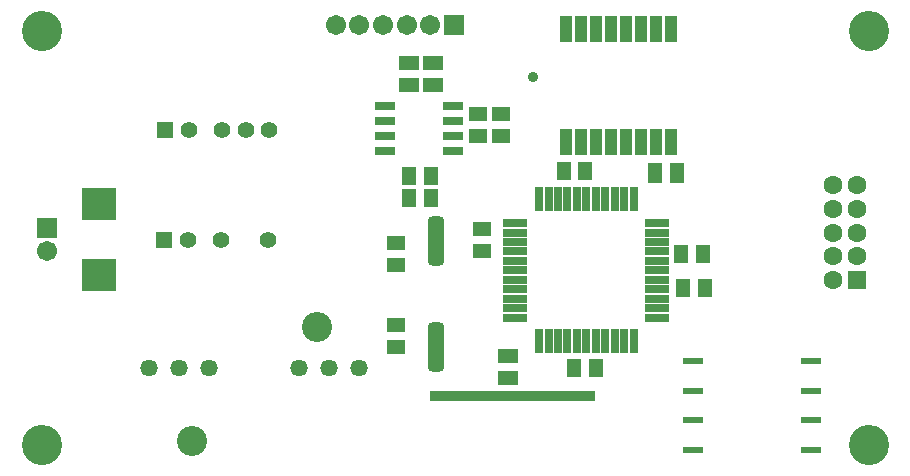
<source format=gts>
G04*
G04 #@! TF.GenerationSoftware,Altium Limited,Altium Designer,23.11.1 (41)*
G04*
G04 Layer_Color=8388736*
%FSLAX43Y43*%
%MOMM*%
G71*
G04*
G04 #@! TF.SameCoordinates,A9BB8E2F-42CC-474E-B4F6-770058E49C0A*
G04*
G04*
G04 #@! TF.FilePolarity,Negative*
G04*
G01*
G75*
%ADD16R,1.603X1.253*%
%ADD17R,1.253X1.603*%
%ADD18R,1.703X1.253*%
%ADD19R,1.803X0.803*%
G04:AMPARAMS|DCode=20|XSize=1.403mm|YSize=4.203mm|CornerRadius=0.402mm|HoleSize=0mm|Usage=FLASHONLY|Rotation=180.000|XOffset=0mm|YOffset=0mm|HoleType=Round|Shape=RoundedRectangle|*
%AMROUNDEDRECTD20*
21,1,1.403,3.400,0,0,180.0*
21,1,0.600,4.203,0,0,180.0*
1,1,0.803,-0.300,1.700*
1,1,0.803,0.300,1.700*
1,1,0.803,0.300,-1.700*
1,1,0.803,-0.300,-1.700*
%
%ADD20ROUNDEDRECTD20*%
%ADD21R,0.483X0.953*%
%ADD22R,2.003X0.703*%
%ADD23R,0.703X2.003*%
%ADD24R,2.973X2.753*%
%ADD25R,1.803X0.503*%
%ADD26R,1.003X2.303*%
%ADD27R,1.253X1.703*%
%ADD28C,1.403*%
%ADD29R,1.403X1.403*%
%ADD30R,1.703X1.703*%
%ADD31C,1.703*%
%ADD32C,1.603*%
%ADD33R,1.603X1.603*%
%ADD34C,1.463*%
%ADD35C,2.553*%
%ADD36R,1.703X1.703*%
%ADD37C,3.403*%
%ADD38C,0.903*%
D16*
X39404Y30507D02*
D03*
Y28657D02*
D03*
X41349Y30507D02*
D03*
Y28657D02*
D03*
X32514Y19533D02*
D03*
Y17683D02*
D03*
Y10732D02*
D03*
Y12582D02*
D03*
X39756Y20778D02*
D03*
Y18928D02*
D03*
D17*
X33590Y23370D02*
D03*
X35440D02*
D03*
X33590Y25270D02*
D03*
X35440D02*
D03*
X47579Y8982D02*
D03*
X49429D02*
D03*
X48530Y25624D02*
D03*
X46680D02*
D03*
X58618Y15739D02*
D03*
X56768D02*
D03*
X56622Y18639D02*
D03*
X58472D02*
D03*
D18*
X35615Y32945D02*
D03*
Y34795D02*
D03*
X33615Y32945D02*
D03*
Y34795D02*
D03*
X41949Y10007D02*
D03*
Y8157D02*
D03*
D19*
X37315Y28600D02*
D03*
Y29870D02*
D03*
Y31140D02*
D03*
X31600D02*
D03*
Y29870D02*
D03*
Y28600D02*
D03*
X37315Y27330D02*
D03*
X31600D02*
D03*
D20*
X35896Y10732D02*
D03*
Y19732D02*
D03*
D21*
X45600Y6610D02*
D03*
X46100D02*
D03*
X46600D02*
D03*
X47100D02*
D03*
X47600D02*
D03*
X48100D02*
D03*
X48600D02*
D03*
X49100D02*
D03*
X45100D02*
D03*
X44600D02*
D03*
X44100D02*
D03*
X43600D02*
D03*
X43100D02*
D03*
X42600D02*
D03*
X42100D02*
D03*
X41600D02*
D03*
X41100D02*
D03*
X40600D02*
D03*
X40100D02*
D03*
X39600D02*
D03*
X39100D02*
D03*
X38600D02*
D03*
X38100D02*
D03*
X37600D02*
D03*
X37100D02*
D03*
X36600D02*
D03*
X36100D02*
D03*
X35600D02*
D03*
D22*
X42604Y15653D02*
D03*
Y14853D02*
D03*
Y14053D02*
D03*
Y13253D02*
D03*
Y16453D02*
D03*
Y17253D02*
D03*
Y21253D02*
D03*
Y20453D02*
D03*
Y19653D02*
D03*
Y18853D02*
D03*
X54604Y13253D02*
D03*
Y14053D02*
D03*
Y14853D02*
D03*
Y15653D02*
D03*
Y16453D02*
D03*
Y17253D02*
D03*
Y18853D02*
D03*
Y19653D02*
D03*
Y20453D02*
D03*
Y21253D02*
D03*
X42604Y18053D02*
D03*
X54604D02*
D03*
D23*
X51004Y23253D02*
D03*
X50204D02*
D03*
X49404D02*
D03*
X48604D02*
D03*
X47804D02*
D03*
X47004D02*
D03*
X46204D02*
D03*
X45404D02*
D03*
X44604D02*
D03*
X52604D02*
D03*
X44604Y11253D02*
D03*
X45404D02*
D03*
X46204D02*
D03*
X47004D02*
D03*
X47804D02*
D03*
X48604D02*
D03*
X49404D02*
D03*
X50204D02*
D03*
X51004D02*
D03*
X52604D02*
D03*
X51804Y23253D02*
D03*
Y11253D02*
D03*
D24*
X7379Y22878D02*
D03*
Y16878D02*
D03*
D25*
X67600Y2050D02*
D03*
Y4550D02*
D03*
Y7050D02*
D03*
Y9550D02*
D03*
X57600D02*
D03*
Y7050D02*
D03*
Y4550D02*
D03*
Y2050D02*
D03*
D26*
X51963Y37702D02*
D03*
Y28102D02*
D03*
X46883Y37702D02*
D03*
X48153D02*
D03*
X49423D02*
D03*
X50693D02*
D03*
X53233D02*
D03*
X54503D02*
D03*
X55773D02*
D03*
X50693Y28102D02*
D03*
X49423D02*
D03*
X48153D02*
D03*
X46883D02*
D03*
X55773D02*
D03*
X54503D02*
D03*
X53233D02*
D03*
D27*
X56285Y25534D02*
D03*
X54435D02*
D03*
D28*
X19750Y29109D02*
D03*
X21750D02*
D03*
X17750D02*
D03*
X14950D02*
D03*
X14850Y19800D02*
D03*
X17650D02*
D03*
X21650D02*
D03*
D29*
X12950Y29109D02*
D03*
X12850Y19800D02*
D03*
D30*
X37383Y38000D02*
D03*
D31*
X35383D02*
D03*
X33383D02*
D03*
X31383D02*
D03*
X29383D02*
D03*
X27383D02*
D03*
X2951Y18864D02*
D03*
D32*
X69500Y24443D02*
D03*
Y22443D02*
D03*
X71500Y24443D02*
D03*
Y22443D02*
D03*
Y20443D02*
D03*
Y18443D02*
D03*
X69500Y20443D02*
D03*
Y18443D02*
D03*
Y16443D02*
D03*
D33*
X71500D02*
D03*
D34*
X11610Y9000D02*
D03*
X14150D02*
D03*
X16690D02*
D03*
X24310D02*
D03*
X26850D02*
D03*
X29390D02*
D03*
D35*
X25800Y12425D02*
D03*
X15200Y2825D02*
D03*
D36*
X2951Y20864D02*
D03*
D37*
X72500Y2500D02*
D03*
Y37500D02*
D03*
X2500D02*
D03*
Y2500D02*
D03*
D38*
X44100Y33660D02*
D03*
M02*

</source>
